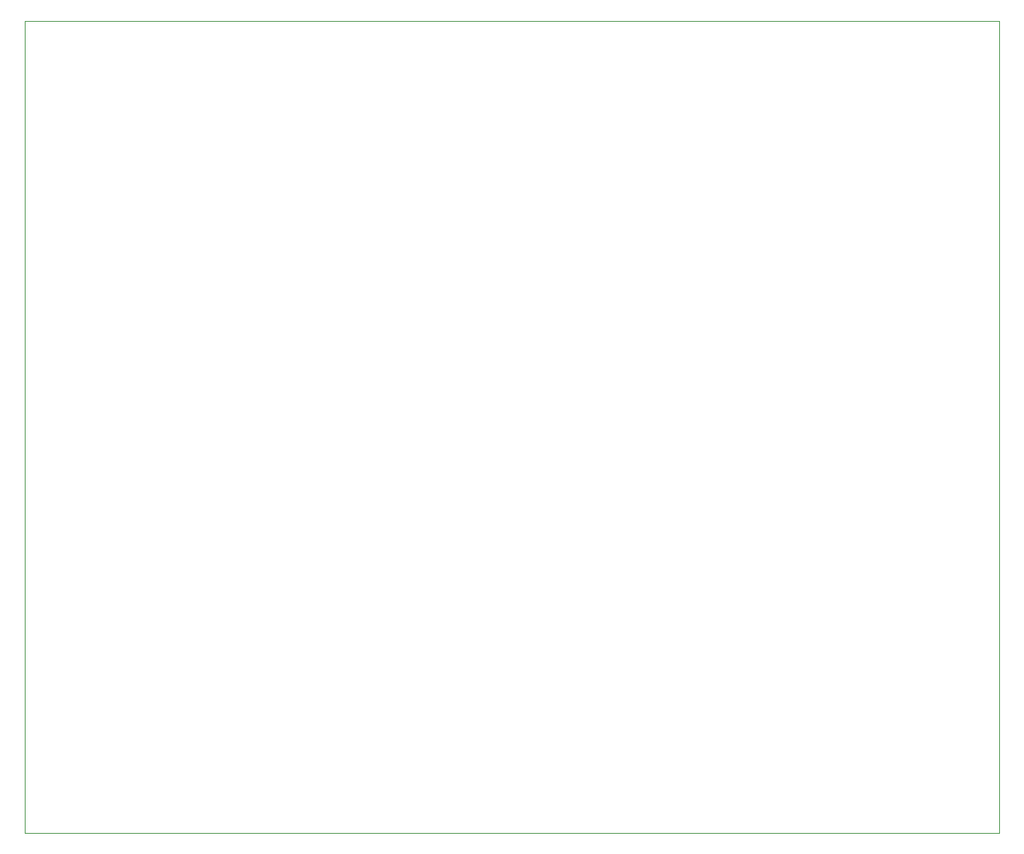
<source format=gbr>
G04 #@! TF.GenerationSoftware,KiCad,Pcbnew,(5.1.4-0)*
G04 #@! TF.CreationDate,2019-12-29T13:39:11-05:00*
G04 #@! TF.ProjectId,eye_driver,6579655f-6472-4697-9665-722e6b696361,rev?*
G04 #@! TF.SameCoordinates,Original*
G04 #@! TF.FileFunction,Profile,NP*
%FSLAX46Y46*%
G04 Gerber Fmt 4.6, Leading zero omitted, Abs format (unit mm)*
G04 Created by KiCad (PCBNEW (5.1.4-0)) date 2019-12-29 13:39:11*
%MOMM*%
%LPD*%
G04 APERTURE LIST*
%ADD10C,0.099999*%
G04 APERTURE END LIST*
D10*
X201927460Y-60973962D02*
X201930000Y-60973708D01*
X92204540Y-60973962D02*
X201927460Y-60973962D01*
X92202000Y-60973708D02*
X92204540Y-60973962D01*
X92199460Y-60973962D02*
X92202000Y-60973708D01*
X92192094Y-60974724D02*
X92199460Y-60973962D01*
X92182696Y-60977518D02*
X92192094Y-60974724D01*
X92174059Y-60982344D02*
X92182696Y-60977518D01*
X92166440Y-60988440D02*
X92174059Y-60982344D01*
X92160344Y-60996060D02*
X92166440Y-60988440D01*
X92155517Y-61004696D02*
X92160344Y-60996060D01*
X92152723Y-61014094D02*
X92155517Y-61004696D01*
X92151707Y-61024000D02*
X92152723Y-61014094D01*
X92151962Y-61026540D02*
X92151707Y-61024000D01*
X92151962Y-152587459D02*
X92151962Y-61026540D01*
X92151707Y-152589999D02*
X92151962Y-152587459D01*
X92152723Y-152599905D02*
X92151707Y-152589999D01*
X92155517Y-152609303D02*
X92152723Y-152599905D01*
X92160344Y-152617939D02*
X92155517Y-152609303D01*
X92166440Y-152625559D02*
X92160344Y-152617939D01*
X92174059Y-152631655D02*
X92166440Y-152625559D01*
X92182696Y-152636481D02*
X92174059Y-152631655D01*
X92192094Y-152639275D02*
X92182696Y-152636481D01*
X92202000Y-152640291D02*
X92192094Y-152639275D01*
X92204540Y-152640037D02*
X92202000Y-152640291D01*
X201927460Y-152640037D02*
X92204540Y-152640037D01*
X201930000Y-152640291D02*
X201927460Y-152640037D01*
X201939906Y-152639275D02*
X201930000Y-152640291D01*
X201949304Y-152636481D02*
X201939906Y-152639275D01*
X201957940Y-152631655D02*
X201949304Y-152636481D01*
X201965560Y-152625559D02*
X201957940Y-152631655D01*
X201971656Y-152617939D02*
X201965560Y-152625559D01*
X201976482Y-152609303D02*
X201971656Y-152617939D01*
X201979276Y-152599905D02*
X201976482Y-152609303D01*
X201980038Y-152592539D02*
X201979276Y-152599905D01*
X201980292Y-152589999D02*
X201980038Y-152592539D01*
X201980038Y-152587459D02*
X201980292Y-152589999D01*
X201980038Y-61026540D02*
X201980038Y-152587459D01*
X201980292Y-61024000D02*
X201980038Y-61026540D01*
X201979276Y-61014094D02*
X201980292Y-61024000D01*
X201976482Y-61004696D02*
X201979276Y-61014094D01*
X201971656Y-60996060D02*
X201976482Y-61004696D01*
X201965560Y-60988440D02*
X201971656Y-60996060D01*
X201957940Y-60982344D02*
X201965560Y-60988440D01*
X201949304Y-60977518D02*
X201957940Y-60982344D01*
X201939906Y-60974724D02*
X201949304Y-60977518D01*
X201932540Y-60973962D02*
X201939906Y-60974724D01*
X201930000Y-60973708D02*
X201932540Y-60973962D01*
M02*

</source>
